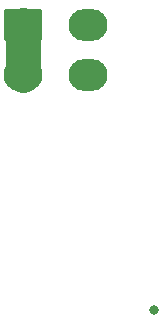
<source format=gbr>
%TF.GenerationSoftware,KiCad,Pcbnew,(6.0.9)*%
%TF.CreationDate,2023-01-06T21:16:05-09:00*%
%TF.ProjectId,JETT STATION SELECT PLACARD,4a455454-2053-4544-9154-494f4e205345,rev?*%
%TF.SameCoordinates,Original*%
%TF.FileFunction,Copper,L2,Bot*%
%TF.FilePolarity,Positive*%
%FSLAX46Y46*%
G04 Gerber Fmt 4.6, Leading zero omitted, Abs format (unit mm)*
G04 Created by KiCad (PCBNEW (6.0.9)) date 2023-01-06 21:16:05*
%MOMM*%
%LPD*%
G01*
G04 APERTURE LIST*
G04 Aperture macros list*
%AMRoundRect*
0 Rectangle with rounded corners*
0 $1 Rounding radius*
0 $2 $3 $4 $5 $6 $7 $8 $9 X,Y pos of 4 corners*
0 Add a 4 corners polygon primitive as box body*
4,1,4,$2,$3,$4,$5,$6,$7,$8,$9,$2,$3,0*
0 Add four circle primitives for the rounded corners*
1,1,$1+$1,$2,$3*
1,1,$1+$1,$4,$5*
1,1,$1+$1,$6,$7*
1,1,$1+$1,$8,$9*
0 Add four rect primitives between the rounded corners*
20,1,$1+$1,$2,$3,$4,$5,0*
20,1,$1+$1,$4,$5,$6,$7,0*
20,1,$1+$1,$6,$7,$8,$9,0*
20,1,$1+$1,$8,$9,$2,$3,0*%
G04 Aperture macros list end*
%TA.AperFunction,ComponentPad*%
%ADD10RoundRect,0.250001X-1.399999X1.099999X-1.399999X-1.099999X1.399999X-1.099999X1.399999X1.099999X0*%
%TD*%
%TA.AperFunction,ComponentPad*%
%ADD11O,3.300000X2.700000*%
%TD*%
%TA.AperFunction,ViaPad*%
%ADD12C,0.800000*%
%TD*%
%TA.AperFunction,Conductor*%
%ADD13C,3.000000*%
%TD*%
G04 APERTURE END LIST*
D10*
%TO.P,J1,1,Pin_1*%
%TO.N,/LED+5V*%
X145034000Y-84192000D03*
D11*
%TO.P,J1,2,Pin_2*%
X145034000Y-88392000D03*
%TO.P,J1,3,Pin_3*%
%TO.N,/LEDGND*%
X150534000Y-84192000D03*
%TO.P,J1,4,Pin_4*%
%TO.N,/DATAIN*%
X150534000Y-88392000D03*
%TD*%
D12*
%TO.N,/DATAOUT*%
X156134000Y-108280000D03*
%TD*%
D13*
%TO.N,/LED+5V*%
X145034000Y-84192000D02*
X145034000Y-88392000D01*
%TD*%
M02*

</source>
